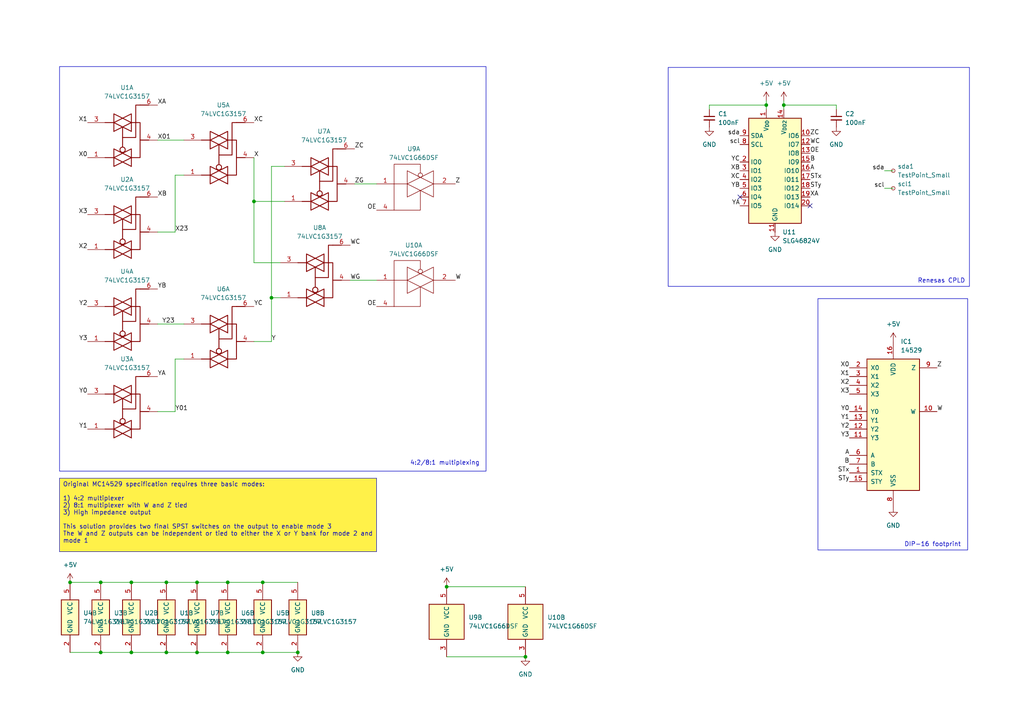
<source format=kicad_sch>
(kicad_sch (version 20250114) (generator "eeschema") (generator_version "9.0")
  (paper "A4")
  (lib_symbols
    (symbol "4xxx:14529" (pin_names (offset 1.016))
      (property "Reference" "U" (at -7.62 19.05 0))
      (property "Value" "14529" (at -7.62 -21.59 0))
      (symbol "14529_1_0"
        (pin input line (at -12.7 15.24 0) (length 5.08) (name "X0") (number "2"))
        (pin input line (at -12.7 12.7 0) (length 5.08) (name "X1") (number "3"))
        (pin input line (at -12.7 10.16 0) (length 5.08) (name "X2") (number "4"))
        (pin input line (at -12.7 7.62 0) (length 5.08) (name "X3") (number "5"))
        (pin input line (at -12.7 2.54 0) (length 5.08) (name "Y0") (number "14"))
        (pin input line (at -12.7 0 0) (length 5.08) (name "Y1") (number "13"))
        (pin input line (at -12.7 -2.54 0) (length 5.08) (name "Y2") (number "12"))
        (pin input line (at -12.7 -5.08 0) (length 5.08) (name "Y3") (number "11"))
        (pin input line (at -12.7 -10.16 0) (length 5.08) (name "A") (number "6"))
        (pin input line (at -12.7 -12.7 0) (length 5.08) (name "B") (number "7"))
        (pin input line (at -12.7 -15.24 0) (length 5.08) (name "STX") (number "1"))
        (pin input line (at -12.7 -17.78 0) (length 5.08) (name "STY") (number "15"))
        (pin power_in line (at 0 22.86 270) (length 5.08) (name "VDD") (number "16"))
        (pin power_in line (at 0 -25.4 90) (length 5.08) (name "VSS") (number "8"))
        (pin tri_state line (at 12.7 15.24 180) (length 5.08) (name "Z") (number "9"))
        (pin tri_state line (at 12.7 2.54 180) (length 5.08) (name "W") (number "10"))
      )
      (symbol "14529_1_1"
        (rectangle (start -7.62 17.78) (end 7.62 -20.32) (stroke (width 0.254)) (fill (type background)))
      )
    )
    (symbol "74xGxx:74LVC1G3157"
      (property "Reference" "U" (at 5.08 7.62 0))
      (property "Value" "74LVC1G3157" (at 10.16 -7.62 0))
      (symbol "74LVC1G3157_1_1"
        (polyline (pts (xy -7.62 0) (xy -5.08 0)) (stroke (width 0.254)) (fill (type background)))
        (polyline (pts (xy -7.62 -10.16) (xy -5.08 -10.16)) (stroke (width 0.254)) (fill (type background)))
        (polyline (pts (xy -2.54 7.62) (xy 0 6.35) (xy -2.54 5.08) (xy -2.54 7.62)) (stroke (width 0.254)))
        (polyline (pts (xy -2.54 5.08) (xy 0 3.81) (xy -2.54 2.54) (xy -2.54 5.08)) (stroke (width 0.254)))
        (polyline (pts (xy -2.54 5.08) (xy -5.08 5.08) (xy -5.08 0) (xy -5.08 -5.08) (xy -2.54 -5.08)) (stroke (width 0.254)))
        (polyline (pts (xy -2.54 -2.54) (xy -2.54 -5.08) (xy 0 -3.81) (xy -2.54 -2.54)) (stroke (width 0.254)))
        (polyline (pts (xy -2.54 -5.08) (xy 0 -6.35) (xy -2.54 -7.62) (xy -2.54 -5.08)) (stroke (width 0.254)))
        (circle (center 0 2.794) (radius 0.762) (stroke (width 0.254)))
        (polyline (pts (xy 0 -0.762) (xy -3.81 -0.762) (xy -3.81 -10.16) (xy -5.08 -10.16)) (stroke (width 0.254)))
        (polyline (pts (xy 0 -3.81) (xy 0 2.032)) (stroke (width 0.254)))
        (polyline (pts (xy 2.54 5.08) (xy 2.54 7.62) (xy 0 6.35) (xy 2.54 5.08)) (stroke (width 0.254)))
        (polyline (pts (xy 2.54 5.08) (xy 2.54 2.54) (xy 0 3.81) (xy 2.54 5.08)) (stroke (width 0.254)))
        (polyline (pts (xy 2.54 -2.54) (xy 2.54 -5.08) (xy 0 -3.81) (xy 2.54 -2.54)) (stroke (width 0.254)))
        (polyline (pts (xy 2.54 -5.08) (xy 0 -6.35) (xy 2.54 -7.62) (xy 2.54 -5.08)) (stroke (width 0.254)))
        (polyline (pts (xy 5.08 5.08) (xy 2.54 5.08)) (stroke (width 0.254)) (fill (type background)))
        (polyline (pts (xy 5.08 -5.08) (xy 2.54 -5.08)) (stroke (width 0.254)) (fill (type background)))
        (pin bidirectional line (at -10.16 0 0) (length 5.08) (name "~") (number "4"))
        (pin input line (at -10.16 -10.16 0) (length 5.08) (name "~") (number "6"))
        (pin bidirectional line (at 10.16 5.08 180) (length 5.08) (name "~") (number "1"))
        (pin bidirectional line (at 10.16 -5.08 180) (length 5.08) (name "~") (number "3"))
      )
      (symbol "74LVC1G3157_2_1"
        (rectangle (start -2.54 5.08) (end 2.54 -5.08) (stroke (width 0.254)) (fill (type background)))
        (pin power_in line (at 0 10.16 270) (length 5.08) (name "VCC") (number "5"))
        (pin power_in line (at 0 -10.16 90) (length 5.08) (name "GND") (number "2"))
      )
    )
    (symbol "74xGxx:74LVC1G66"
      (property "Reference" "U" (at 2.54 7.62 0))
      (property "Value" "74LVC1G66" (at 7.62 -7.62 0))
      (symbol "74LVC1G66_1_1"
        (polyline (pts (xy -7.62 0) (xy -3.81 0)) (stroke (width 0.1524)))
        (polyline (pts (xy -7.62 -7.62) (xy 0 -7.62) (xy 0 -1.905)) (stroke (width 0.1524)))
        (polyline (pts (xy -7.62 -7.62) (xy -7.62 5.715) (xy 0 5.715) (xy 0 3.175)) (stroke (width 0.1524)))
        (polyline (pts (xy -3.81 3.81) (xy -3.81 -3.81) (xy 3.81 0) (xy -3.81 3.81)) (stroke (width 0.1524)))
        (polyline (pts (xy -3.81 0) (xy 3.81 3.81) (xy 3.81 -3.81) (xy -3.81 0)) (stroke (width 0.1524)))
        (circle (center 0 2.54) (radius 0.635) (stroke (width 0.1524)))
        (pin bidirectional line (at -12.7 0 0) (length 5.08) (name "~") (number "1"))
        (pin input line (at -12.7 -7.62 0) (length 5.08) (name "~") (number "4"))
        (pin bidirectional line (at 10.16 0 180) (length 6.35) (name "~") (number "2"))
      )
      (symbol "74LVC1G66_2_1"
        (rectangle (start -5.08 5.08) (end 5.08 -5.08) (stroke (width 0.254)) (fill (type background)))
        (pin power_in line (at 0 10.16 270) (length 5.08) (name "VCC") (number "5"))
        (pin power_in line (at 0 -10.16 90) (length 5.08) (name "GND") (number "3"))
      )
    )
    (symbol "Connector:TestPoint_Small" (pin_numbers (hide yes)) (pin_names (offset 0.762) (hide yes))
      (property "Reference" "TP" (at 0 3.81 0))
      (property "Value" "TestPoint_Small" (at 0 2.032 0))
      (symbol "TestPoint_Small_0_1"
        (circle (center 0 0) (radius 0.508))
      )
      (symbol "TestPoint_Small_1_1"
        (pin passive line (at 0 0 90) (length 0) (name "1") (number "1"))
      )
    )
    (symbol "Device:C_Small" (pin_numbers (hide yes)) (pin_names (offset 0.254) (hide yes))
      (property "Reference" "C" (at 0.254 1.778 0))
      (property "Value" "C_Small" (at 0.254 -2.032 0))
      (symbol "C_Small_0_1"
        (polyline (pts (xy -1.524 0.508) (xy 1.524 0.508)) (stroke (width 0.3048)))
        (polyline (pts (xy -1.524 -0.508) (xy 1.524 -0.508)) (stroke (width 0.3302)))
      )
      (symbol "C_Small_1_1"
        (pin passive line (at 0 2.54 270) (length 2.032) (name "~") (number "1"))
        (pin passive line (at 0 -2.54 90) (length 2.032) (name "~") (number "2"))
      )
    )
    (symbol "Library:SLG46824G"
      (property "Reference" "U" (at 5.08 16.51 0))
      (property "Value" "SLG46824G" (at 6.35 -16.51 0))
      (symbol "SLG46824G_1_1"
        (rectangle (start -7.62 15.24) (end 7.62 -15.24) (stroke (width 0.254)) (fill (type background)))
        (pin bidirectional line (at -10.16 10.16 0) (length 2.54) (name "SDA") (number "9"))
        (pin bidirectional line (at -10.16 7.62 0) (length 2.54) (name "SCL") (number "8"))
        (pin bidirectional line (at -10.16 2.54 0) (length 2.54) (name "IO0") (number "2"))
        (pin bidirectional line (at -10.16 0 0) (length 2.54) (name "IO1") (number "3"))
        (pin bidirectional line (at -10.16 -2.54 0) (length 2.54) (name "IO2") (number "4"))
        (pin bidirectional line (at -10.16 -5.08 0) (length 2.54) (name "IO3") (number "5"))
        (pin bidirectional line (at -10.16 -7.62 0) (length 2.54) (name "IO4") (number "6"))
        (pin bidirectional line (at -10.16 -10.16 0) (length 2.54) (name "IO5") (number "7"))
        (pin power_in line (at -2.54 17.78 270) (length 2.54) (name "V_{DD}") (number "1"))
        (pin power_in line (at 0 -17.78 90) (length 2.54) (name "GND") (number "11"))
        (pin power_in line (at 2.54 17.78 270) (length 2.54) (name "V_{DD2}") (number "14"))
        (pin output line (at 10.16 10.16 180) (length 2.54) (name "IO6") (number "10"))
        (pin output line (at 10.16 7.62 180) (length 2.54) (name "IO7") (number "12"))
        (pin bidirectional line (at 10.16 5.08 180) (length 2.54) (name "IO8") (number "13"))
        (pin bidirectional line (at 10.16 2.54 180) (length 2.54) (name "IO9") (number "15"))
        (pin bidirectional line (at 10.16 0 180) (length 2.54) (name "IO10") (number "16"))
        (pin bidirectional line (at 10.16 -2.54 180) (length 2.54) (name "IO11") (number "17"))
        (pin bidirectional line (at 10.16 -5.08 180) (length 2.54) (name "IO12") (number "18"))
        (pin bidirectional line (at 10.16 -7.62 180) (length 2.54) (name "IO13") (number "19"))
        (pin bidirectional line (at 10.16 -10.16 180) (length 2.54) (name "IO14") (number "20"))
      )
    )
    (symbol "power:+5V" (power) (pin_numbers (hide yes)) (pin_names (offset 0) (hide yes))
      (property "Value" "+5V" (at 0 3.556 0))
      (symbol "+5V_0_1"
        (polyline (pts (xy -0.762 1.27) (xy 0 2.54)))
        (polyline (pts (xy 0 2.54) (xy 0.762 1.27)))
        (polyline (pts (xy 0 0) (xy 0 2.54)))
      )
      (symbol "+5V_1_1"
        (pin power_in line (at 0 0 90) (length 0) (name "~") (number "1"))
      )
    )
    (symbol "power:GND" (power) (pin_numbers (hide yes)) (pin_names (offset 0) (hide yes))
      (property "Value" "GND" (at 0 -3.81 0))
      (symbol "GND_0_1"
        (polyline (pts (xy 0 0) (xy 0 -1.27) (xy 1.27 -1.27) (xy 0 -2.54) (xy -1.27 -1.27) (xy 0 -1.27)))
      )
      (symbol "GND_1_1"
        (pin power_in line (at 0 0 270) (length 0) (name "~") (number "1"))
      )
    )
  )
  (rectangle (start 17.272 19.304) (end 140.97 136.652))
  (rectangle (start 193.802 19.558) (end 281.178 83.058))
  (rectangle (start 237.236 86.614) (end 280.67 159.512))
  (text "Renesas CPLD" (at 273.05 81.534 0) (effects (font (size 1.27 1.27))))
  (text "DIP-16 footprint" (at 270.51 157.988 0) (effects (font (size 1.27 1.27))))
  (text "4:2/8:1 multiplexing" (at 129.032 134.366 0) (effects (font (size 1.27 1.27))))
  (text_box "Original MC14529 specification requires three basic modes:\n\n1) 4:2 multiplexer\n2) 8:1 multiplexer with W and Z tied\n3) High impedance output\n\nThis solution provides two final SPST switches on the output to enable mode 3\nThe W and Z outputs can be independent or tied to either the X or Y bank for mode 2 and mode 1" (at 17.272 138.684 0) (size 91.948 21.336) (margins 0.9525 0.9525 0.9525 0.9525) (fill (type color) (color 255 241 73 1)) (effects (font (size 1.27 1.27)) (justify left top)))
  (junction (at 76.2 189.23))
  (junction (at 38.1 168.91))
  (junction (at 38.1 189.23))
  (junction (at 152.4 190.5))
  (junction (at 222.25 30.48))
  (junction (at 57.15 189.23))
  (junction (at 57.15 168.91))
  (junction (at 48.26 189.23))
  (junction (at 48.26 168.91))
  (junction (at 29.21 189.23))
  (junction (at 73.66 58.42))
  (junction (at 76.2 168.91))
  (junction (at 66.04 189.23))
  (junction (at 20.32 168.91))
  (junction (at 129.54 170.18))
  (junction (at 66.04 168.91))
  (junction (at 29.21 168.91))
  (junction (at 78.74 86.36))
  (junction (at 227.33 30.48))
  (junction (at 86.36 189.23))
  (no_connect (at 214.63 57.15))
  (no_connect (at 234.95 59.69))
  (wire (pts (xy 20.32 168.91) (xy 29.21 168.91)))
  (wire (pts (xy 57.15 189.23) (xy 66.04 189.23)))
  (wire (pts (xy 20.32 189.23) (xy 29.21 189.23)))
  (wire (pts (xy 227.33 29.21) (xy 227.33 30.48)))
  (wire (pts (xy 73.66 76.2) (xy 73.66 58.42)))
  (wire (pts (xy 81.28 76.2) (xy 73.66 76.2)))
  (wire (pts (xy 222.25 30.48) (xy 222.25 31.75)))
  (wire (pts (xy 256.54 49.53) (xy 259.08 49.53)))
  (wire (pts (xy 78.74 48.26) (xy 82.55 48.26)))
  (wire (pts (xy 129.54 190.5) (xy 152.4 190.5)))
  (wire (pts (xy 222.25 30.48) (xy 205.74 30.48)))
  (wire (pts (xy 205.74 30.48) (xy 205.74 31.75)))
  (wire (pts (xy 259.08 54.61) (xy 256.54 54.61)))
  (wire (pts (xy 45.72 93.98) (xy 53.34 93.98)))
  (wire (pts (xy 109.22 53.34) (xy 102.87 53.34)))
  (wire (pts (xy 222.25 29.21) (xy 222.25 30.48)))
  (wire (pts (xy 57.15 168.91) (xy 66.04 168.91)))
  (wire (pts (xy 78.74 99.06) (xy 78.74 86.36)))
  (wire (pts (xy 66.04 168.91) (xy 76.2 168.91)))
  (wire (pts (xy 29.21 189.23) (xy 38.1 189.23)))
  (wire (pts (xy 50.8 104.14) (xy 53.34 104.14)))
  (wire (pts (xy 48.26 189.23) (xy 57.15 189.23)))
  (wire (pts (xy 45.72 40.64) (xy 53.34 40.64)))
  (wire (pts (xy 50.8 50.8) (xy 53.34 50.8)))
  (wire (pts (xy 48.26 168.91) (xy 57.15 168.91)))
  (wire (pts (xy 38.1 189.23) (xy 48.26 189.23)))
  (wire (pts (xy 78.74 86.36) (xy 81.28 86.36)))
  (wire (pts (xy 76.2 168.91) (xy 86.36 168.91)))
  (wire (pts (xy 50.8 67.31) (xy 50.8 50.8)))
  (wire (pts (xy 242.57 30.48) (xy 242.57 31.75)))
  (wire (pts (xy 129.54 170.18) (xy 152.4 170.18)))
  (wire (pts (xy 73.66 99.06) (xy 78.74 99.06)))
  (wire (pts (xy 227.33 30.48) (xy 227.33 31.75)))
  (wire (pts (xy 45.72 119.38) (xy 50.8 119.38)))
  (wire (pts (xy 45.72 67.31) (xy 50.8 67.31)))
  (wire (pts (xy 73.66 58.42) (xy 82.55 58.42)))
  (wire (pts (xy 66.04 189.23) (xy 76.2 189.23)))
  (wire (pts (xy 38.1 168.91) (xy 48.26 168.91)))
  (wire (pts (xy 73.66 45.72) (xy 73.66 58.42)))
  (wire (pts (xy 109.22 81.28) (xy 101.6 81.28)))
  (wire (pts (xy 86.36 189.23) (xy 76.2 189.23)))
  (wire (pts (xy 78.74 86.36) (xy 78.74 48.26)))
  (wire (pts (xy 227.33 30.48) (xy 242.57 30.48)))
  (wire (pts (xy 29.21 168.91) (xy 38.1 168.91)))
  (wire (pts (xy 50.8 119.38) (xy 50.8 104.14)))
  (label "STy" (at 234.95 54.61 0))
  (label "Y23" (at 46.99 93.98 0))
  (label "Y0" (at 25.4 114.3 180))
  (label "scl" (at 214.63 41.91 180))
  (label "WC" (at 234.95 41.91 0))
  (label "X0" (at 246.38 106.68 180))
  (label "Y1" (at 25.4 124.46 180))
  (label "W" (at 271.78 119.38 0))
  (label "X2" (at 246.38 111.76 180))
  (label "XB" (at 45.72 57.15 0))
  (label "W" (at 132.08 81.28 0))
  (label "Y2" (at 25.4 88.9 180))
  (label "X1" (at 246.38 109.22 180))
  (label "OE" (at 109.22 88.9 180))
  (label "Z" (at 132.08 53.34 0))
  (label "Y" (at 78.74 99.06 0))
  (label "YC" (at 73.66 88.9 0))
  (label "X3" (at 25.4 62.23 180))
  (label "ZC" (at 102.87 43.18 0))
  (label "STy" (at 246.38 139.7 180))
  (label "X01" (at 45.72 40.64 0))
  (label "Z" (at 271.78 106.68 0))
  (label "A" (at 234.95 49.53 0))
  (label "XC" (at 73.66 35.56 0))
  (label "YA" (at 214.63 59.69 180))
  (label "YB" (at 214.63 54.61 180))
  (label "XA" (at 45.72 30.48 0))
  (label "XB" (at 214.63 49.53 180))
  (label "X" (at 73.66 45.72 0))
  (label "X2" (at 25.4 72.39 180))
  (label "B" (at 246.38 134.62 180))
  (label "WC" (at 101.6 71.12 0))
  (label "Y2" (at 246.38 124.46 180))
  (label "STx" (at 234.95 52.07 0))
  (label "Y0" (at 246.38 119.38 180))
  (label "WG" (at 101.6 81.28 0))
  (label "STx" (at 246.38 137.16 180))
  (label "X0" (at 25.4 45.72 180))
  (label "scl" (at 256.54 54.61 180))
  (label "sda" (at 256.54 49.53 180))
  (label "sda" (at 214.63 39.37 180))
  (label "Y01" (at 50.8 119.38 0))
  (label "ZG" (at 102.87 53.34 0))
  (label "X1" (at 25.4 35.56 180))
  (label "A" (at 246.38 132.08 180))
  (label "X23" (at 50.8 67.31 0))
  (label "XC" (at 214.63 52.07 180))
  (label "OE" (at 109.22 60.96 180))
  (label "YC" (at 214.63 46.99 180))
  (label "ZC" (at 234.95 39.37 0))
  (label "Y3" (at 246.38 127 180))
  (label "X3" (at 246.38 114.3 180))
  (label "Y3" (at 25.4 99.06 180))
  (label "YA" (at 45.72 109.22 0))
  (label "Y1" (at 246.38 121.92 180))
  (label "YB" (at 45.72 83.82 0))
  (label "OE" (at 234.95 44.45 0))
  (label "B" (at 234.95 46.99 0))
  (label "XA" (at 234.95 57.15 0))
  (symbol (lib_id "power:GND") (at 152.4 190.5 0) (unit 1)
    (property "Reference" "#PWR011" (effects (hide yes)))
    (property "Value" "GND" (at 152.4 195.58 0))
    (property "Description" "Power symbol creates a global label with name \"GND\" , ground" (effects (hide yes)))
  )
  (symbol (lib_id "Connector:TestPoint_Small") (at 259.08 54.61 0) (unit 1) (in_bom no)
    (property "Reference" "scl1" (at 260.35 53.3399 0) (effects (justify left)))
    (property "Value" "TestPoint_Small" (at 260.35 55.8799 0) (effects (justify left)))
    (property "Footprint" "TestPoint:TestPoint_Pad_D1.0mm" (effects (hide yes)))
    (property "Description" "test point" (effects (hide yes)))
  )
  (symbol (lib_id "74xGxx:74LVC1G3157") (at 29.21 179.07 0) (unit 2)
    (property "Reference" "U3" (at 33.02 177.7999 0) (effects (justify left)))
    (property "Value" "74LVC1G3157" (at 33.02 180.3399 0) (effects (justify left)))
    (property "Footprint" "Package_SON:Texas_USON-6_1x1.45mm_P0.5mm_SMD" (effects (hide yes)))
    (property "Datasheet" "http://www.ti.com/lit/sg/scyt129e/scyt129e.pdf" (effects (hide yes)))
    (property "Description" "SPDT Analog Switch, Low-Voltage CMOS" (effects (hide yes)))
    (property "DigiKey" "296-14909-1-ND" (effects (hide yes)))
  )
  (symbol (lib_id "74xGxx:74LVC1G3157") (at 35.56 119.38 180) (unit 1)
    (property "Reference" "U3" (at 36.83 104.14 0))
    (property "Value" "74LVC1G3157" (at 36.83 106.68 0))
    (property "Footprint" "Package_SON:Texas_USON-6_1x1.45mm_P0.5mm_SMD" (effects (hide yes)))
    (property "Datasheet" "http://www.ti.com/lit/sg/scyt129e/scyt129e.pdf" (effects (hide yes)))
    (property "Description" "SPDT Analog Switch, Low-Voltage CMOS" (effects (hide yes)))
    (property "DigiKey" "296-14909-1-ND" (effects (hide yes)))
  )
  (symbol (lib_id "74xGxx:74LVC1G3157") (at 76.2 179.07 0) (unit 2)
    (property "Reference" "U5" (at 80.01 177.7999 0) (effects (justify left)))
    (property "Value" "74LVC1G3157" (at 80.01 180.3399 0) (effects (justify left)))
    (property "Footprint" "Package_SON:Texas_USON-6_1x1.45mm_P0.5mm_SMD" (effects (hide yes)))
    (property "Datasheet" "http://www.ti.com/lit/sg/scyt129e/scyt129e.pdf" (effects (hide yes)))
    (property "Description" "SPDT Analog Switch, Low-Voltage CMOS" (effects (hide yes)))
    (property "DigiKey" "296-14909-1-ND" (effects (hide yes)))
  )
  (symbol (lib_id "power:GND") (at 205.74 36.83 0) (unit 1)
    (property "Reference" "#PWR08" (effects (hide yes)))
    (property "Value" "GND" (at 205.74 41.91 0))
    (property "Description" "Power symbol creates a global label with name \"GND\" , ground" (effects (hide yes)))
  )
  (symbol (lib_id "74xGxx:74LVC1G3157") (at 35.56 67.31 180) (unit 1)
    (property "Reference" "U2" (at 36.83 52.07 0))
    (property "Value" "74LVC1G3157" (at 36.83 54.61 0))
    (property "Footprint" "Package_SON:Texas_USON-6_1x1.45mm_P0.5mm_SMD" (effects (hide yes)))
    (property "Datasheet" "http://www.ti.com/lit/sg/scyt129e/scyt129e.pdf" (effects (hide yes)))
    (property "Description" "SPDT Analog Switch, Low-Voltage CMOS" (effects (hide yes)))
    (property "DigiKey" "296-14909-1-ND" (effects (hide yes)))
  )
  (symbol (lib_id "74xGxx:74LVC1G66") (at 152.4 180.34 0) (unit 2)
    (property "Reference" "U10" (at 158.75 179.0699 0) (effects (justify left)))
    (property "Value" "74LVC1G66DSF" (at 158.75 181.6099 0) (effects (justify left)))
    (property "Footprint" "Package_SON:Texas_USON-6_1x1.45mm_P0.5mm_SMD" (effects (hide yes)))
    (property "Datasheet" "http://www.ti.com/lit/ds/symlink/sn74lvc1g66.pdf" (effects (hide yes)))
    (property "Description" "Single Bilateral Analog Switch" (effects (hide yes)))
  )
  (symbol (lib_id "Device:C_Small") (at 242.57 34.29 0) (unit 1)
    (property "Reference" "C2" (at 245.11 33.0262 0) (effects (justify left)))
    (property "Value" "100nF" (at 245.11 35.5662 0) (effects (justify left)))
    (property "Footprint" "Capacitor_SMD:C_0402_1005Metric" (effects (hide yes)))
    (property "Description" "Unpolarized capacitor, small symbol" (effects (hide yes)))
    (property "DigiKey" "1276-CL05B104KP5VPNCCT-ND" (effects (hide yes)))
  )
  (symbol (lib_id "4xxx:14529") (at 259.08 121.92 0) (unit 1) (in_bom no)
    (property "Reference" "IC1" (at 261.2233 99.06 0) (effects (justify left)))
    (property "Value" "14529" (at 261.2233 101.6 0) (effects (justify left)))
    (property "Footprint" "Library:DIP-16_board" (effects (hide yes)))
    (property "Datasheet" "http://www.alldatasheet.com/datasheet-pdf/pdf/97272/HITACHI/HD14529B.html" (effects (hide yes)))
    (property "Description" "Dual 4 to 1 Multiplexer" (effects (hide yes)))
  )
  (symbol (lib_id "74xGxx:74LVC1G3157") (at 66.04 179.07 0) (unit 2)
    (property "Reference" "U6" (at 69.85 177.7999 0) (effects (justify left)))
    (property "Value" "74LVC1G3157" (at 69.85 180.3399 0) (effects (justify left)))
    (property "Footprint" "Package_SON:Texas_USON-6_1x1.45mm_P0.5mm_SMD" (effects (hide yes)))
    (property "Datasheet" "http://www.ti.com/lit/sg/scyt129e/scyt129e.pdf" (effects (hide yes)))
    (property "Description" "SPDT Analog Switch, Low-Voltage CMOS" (effects (hide yes)))
    (property "DigiKey" "296-14909-1-ND" (effects (hide yes)))
  )
  (symbol (lib_id "74xGxx:74LVC1G66") (at 129.54 180.34 0) (unit 2)
    (property "Reference" "U9" (at 135.89 179.0699 0) (effects (justify left)))
    (property "Value" "74LVC1G66DSF" (at 135.89 181.6099 0) (effects (justify left)))
    (property "Footprint" "Package_SON:Texas_USON-6_1x1.45mm_P0.5mm_SMD" (effects (hide yes)))
    (property "Datasheet" "http://www.ti.com/lit/ds/symlink/sn74lvc1g66.pdf" (effects (hide yes)))
    (property "Description" "Single Bilateral Analog Switch" (effects (hide yes)))
  )
  (symbol (lib_id "74xGxx:74LVC1G3157") (at 35.56 40.64 180) (unit 1)
    (property "Reference" "U1" (at 36.83 25.4 0))
    (property "Value" "74LVC1G3157" (at 36.83 27.94 0))
    (property "Footprint" "Package_SON:Texas_USON-6_1x1.45mm_P0.5mm_SMD" (effects (hide yes)))
    (property "Datasheet" "http://www.ti.com/lit/sg/scyt129e/scyt129e.pdf" (effects (hide yes)))
    (property "Description" "SPDT Analog Switch, Low-Voltage CMOS" (effects (hide yes)))
    (property "DigiKey" "296-14909-1-ND" (effects (hide yes)))
  )
  (symbol (lib_id "power:GND") (at 86.36 189.23 0) (unit 1)
    (property "Reference" "#PWR05" (effects (hide yes)))
    (property "Value" "GND" (at 86.36 194.31 0))
    (property "Description" "Power symbol creates a global label with name \"GND\" , ground" (effects (hide yes)))
  )
  (symbol (lib_id "power:GND") (at 242.57 36.83 0) (unit 1)
    (property "Reference" "#PWR09" (effects (hide yes)))
    (property "Value" "GND" (at 242.57 41.91 0))
    (property "Description" "Power symbol creates a global label with name \"GND\" , ground" (effects (hide yes)))
  )
  (symbol (lib_id "74xGxx:74LVC1G3157") (at 38.1 179.07 0) (unit 2)
    (property "Reference" "U2" (at 41.91 177.7999 0) (effects (justify left)))
    (property "Value" "74LVC1G3157" (at 41.91 180.3399 0) (effects (justify left)))
    (property "Footprint" "Package_SON:Texas_USON-6_1x1.45mm_P0.5mm_SMD" (effects (hide yes)))
    (property "Datasheet" "http://www.ti.com/lit/sg/scyt129e/scyt129e.pdf" (effects (hide yes)))
    (property "Description" "SPDT Analog Switch, Low-Voltage CMOS" (effects (hide yes)))
    (property "DigiKey" "296-14909-1-ND" (effects (hide yes)))
  )
  (symbol (lib_id "74xGxx:74LVC1G3157") (at 91.44 81.28 180) (unit 1)
    (property "Reference" "U8" (at 92.71 66.04 0))
    (property "Value" "74LVC1G3157" (at 92.71 68.58 0))
    (property "Footprint" "Package_SON:Texas_USON-6_1x1.45mm_P0.5mm_SMD" (effects (hide yes)))
    (property "Datasheet" "http://www.ti.com/lit/sg/scyt129e/scyt129e.pdf" (effects (hide yes)))
    (property "Description" "SPDT Analog Switch, Low-Voltage CMOS" (effects (hide yes)))
    (property "DigiKey" "296-14909-1-ND" (effects (hide yes)))
  )
  (symbol (lib_id "Library:SLG46824G") (at 224.79 49.53 0) (unit 1)
    (property "Reference" "U11" (at 226.9333 67.31 0) (effects (justify left)))
    (property "Value" "SLG46824V" (at 226.9333 69.85 0) (effects (justify left)))
    (property "Footprint" "Package_DFN_QFN:Renesas_UQFN-20_2x3mm_P0.4mm_LayoutBorder4x6y" (effects (hide yes)))
    (property "Datasheet" "https://www.renesas.com/in/en/document/dst/slg46826-datasheet" (effects (hide yes)))
    (property "Description" "GreenPAK Programmable Mixed-Signal Matrix with In-System Programmability, TSSOP-20" (effects (hide yes)))
    (property "DigiKey" "1695-SLG46824VCT-ND" (effects (hide yes)))
  )
  (symbol (lib_id "74xGxx:74LVC1G3157") (at 48.26 179.07 0) (unit 2)
    (property "Reference" "U1" (at 52.07 177.7999 0) (effects (justify left)))
    (property "Value" "74LVC1G3157" (at 52.07 180.3399 0) (effects (justify left)))
    (property "Footprint" "Package_SON:Texas_USON-6_1x1.45mm_P0.5mm_SMD" (effects (hide yes)))
    (property "Datasheet" "http://www.ti.com/lit/sg/scyt129e/scyt129e.pdf" (effects (hide yes)))
    (property "Description" "SPDT Analog Switch, Low-Voltage CMOS" (effects (hide yes)))
    (property "DigiKey" "296-14909-1-ND" (effects (hide yes)))
  )
  (symbol (lib_id "power:GND") (at 224.79 67.31 0) (unit 1)
    (property "Reference" "#PWR04" (effects (hide yes)))
    (property "Value" "GND" (at 224.79 72.39 0))
    (property "Description" "Power symbol creates a global label with name \"GND\" , ground" (effects (hide yes)))
  )
  (symbol (lib_id "Connector:TestPoint_Small") (at 259.08 49.53 0) (unit 1) (in_bom no)
    (property "Reference" "sda1" (at 260.35 48.2599 0) (effects (justify left)))
    (property "Value" "TestPoint_Small" (at 260.35 50.7999 0) (effects (justify left)))
    (property "Footprint" "TestPoint:TestPoint_Pad_D1.0mm" (effects (hide yes)))
    (property "Description" "test point" (effects (hide yes)))
  )
  (symbol (lib_id "power:+5V") (at 222.25 29.21 0) (unit 1)
    (property "Reference" "#PWR01" (effects (hide yes)))
    (property "Value" "+5V" (at 222.25 24.13 0))
    (property "Description" "Power symbol creates a global label with name \"+5V\"" (effects (hide yes)))
  )
  (symbol (lib_id "power:GND") (at 259.08 147.32 0) (unit 1)
    (property "Reference" "#PWR07" (effects (hide yes)))
    (property "Value" "GND" (at 259.08 152.4 0))
    (property "Description" "Power symbol creates a global label with name \"GND\" , ground" (effects (hide yes)))
  )
  (symbol (lib_id "power:+5V") (at 259.08 99.06 0) (unit 1)
    (property "Reference" "#PWR06" (effects (hide yes)))
    (property "Value" "+5V" (at 259.08 93.98 0))
    (property "Description" "Power symbol creates a global label with name \"+5V\"" (effects (hide yes)))
  )
  (symbol (lib_id "74xGxx:74LVC1G3157") (at 63.5 99.06 180) (unit 1)
    (property "Reference" "U6" (at 64.77 83.82 0))
    (property "Value" "74LVC1G3157" (at 64.77 86.36 0))
    (property "Footprint" "Package_SON:Texas_USON-6_1x1.45mm_P0.5mm_SMD" (effects (hide yes)))
    (property "Datasheet" "http://www.ti.com/lit/sg/scyt129e/scyt129e.pdf" (effects (hide yes)))
    (property "Description" "SPDT Analog Switch, Low-Voltage CMOS" (effects (hide yes)))
    (property "DigiKey" "296-14909-1-ND" (effects (hide yes)))
  )
  (symbol (lib_id "Device:C_Small") (at 205.74 34.29 0) (unit 1)
    (property "Reference" "C1" (at 208.28 33.0262 0) (effects (justify left)))
    (property "Value" "100nF" (at 208.28 35.5662 0) (effects (justify left)))
    (property "Footprint" "Capacitor_SMD:C_0402_1005Metric" (effects (hide yes)))
    (property "Description" "Unpolarized capacitor, small symbol" (effects (hide yes)))
    (property "DigiKey" "1276-CL05B104KP5VPNCCT-ND" (effects (hide yes)))
  )
  (symbol (lib_id "power:+5V") (at 227.33 29.21 0) (unit 1)
    (property "Reference" "#PWR02" (effects (hide yes)))
    (property "Value" "+5V" (at 227.33 24.13 0))
    (property "Description" "Power symbol creates a global label with name \"+5V\"" (effects (hide yes)))
  )
  (symbol (lib_id "74xGxx:74LVC1G66") (at 121.92 53.34 0) (unit 1)
    (property "Reference" "U9" (at 120.015 43.18 0))
    (property "Value" "74LVC1G66DSF" (at 120.015 45.72 0))
    (property "Footprint" "Package_SON:Texas_USON-6_1x1.45mm_P0.5mm_SMD" (effects (hide yes)))
    (property "Datasheet" "http://www.ti.com/lit/ds/symlink/sn74lvc1g66.pdf" (effects (hide yes)))
    (property "Description" "Single Bilateral Analog Switch" (effects (hide yes)))
  )
  (symbol (lib_id "74xGxx:74LVC1G3157") (at 92.71 53.34 180) (unit 1)
    (property "Reference" "U7" (at 93.98 38.1 0))
    (property "Value" "74LVC1G3157" (at 93.98 40.64 0))
    (property "Footprint" "Package_SON:Texas_USON-6_1x1.45mm_P0.5mm_SMD" (effects (hide yes)))
    (property "Datasheet" "http://www.ti.com/lit/sg/scyt129e/scyt129e.pdf" (effects (hide yes)))
    (property "Description" "SPDT Analog Switch, Low-Voltage CMOS" (effects (hide yes)))
    (property "DigiKey" "296-14909-1-ND" (effects (hide yes)))
  )
  (symbol (lib_id "power:+5V") (at 129.54 170.18 0) (unit 1)
    (property "Reference" "#PWR010" (effects (hide yes)))
    (property "Value" "+5V" (at 129.54 165.1 0))
    (property "Description" "Power symbol creates a global label with name \"+5V\"" (effects (hide yes)))
  )
  (symbol (lib_id "74xGxx:74LVC1G3157") (at 20.32 179.07 0) (unit 2)
    (property "Reference" "U4" (at 24.13 177.7999 0) (effects (justify left)))
    (property "Value" "74LVC1G3157" (at 24.13 180.3399 0) (effects (justify left)))
    (property "Footprint" "Package_SON:Texas_USON-6_1x1.45mm_P0.5mm_SMD" (effects (hide yes)))
    (property "Datasheet" "http://www.ti.com/lit/sg/scyt129e/scyt129e.pdf" (effects (hide yes)))
    (property "Description" "SPDT Analog Switch, Low-Voltage CMOS" (effects (hide yes)))
    (property "DigiKey" "296-14909-1-ND" (effects (hide yes)))
  )
  (symbol (lib_id "74xGxx:74LVC1G3157") (at 86.36 179.07 0) (unit 2)
    (property "Reference" "U8" (at 90.17 177.7999 0) (effects (justify left)))
    (property "Value" "74LVC1G3157" (at 90.17 180.3399 0) (effects (justify left)))
    (property "Footprint" "Package_SON:Texas_USON-6_1x1.45mm_P0.5mm_SMD" (effects (hide yes)))
    (property "Datasheet" "http://www.ti.com/lit/sg/scyt129e/scyt129e.pdf" (effects (hide yes)))
    (property "Description" "SPDT Analog Switch, Low-Voltage CMOS" (effects (hide yes)))
    (property "DigiKey" "296-14909-1-ND" (effects (hide yes)))
  )
  (symbol (lib_id "power:+5V") (at 20.32 168.91 0) (unit 1)
    (property "Reference" "#PWR03" (effects (hide yes)))
    (property "Value" "+5V" (at 20.32 163.83 0))
    (property "Description" "Power symbol creates a global label with name \"+5V\"" (effects (hide yes)))
  )
  (symbol (lib_id "74xGxx:74LVC1G66") (at 121.92 81.28 0) (unit 1)
    (property "Reference" "U10" (at 120.015 71.12 0))
    (property "Value" "74LVC1G66DSF" (at 120.015 73.66 0))
    (property "Footprint" "Package_SON:Texas_USON-6_1x1.45mm_P0.5mm_SMD" (effects (hide yes)))
    (property "Datasheet" "http://www.ti.com/lit/ds/symlink/sn74lvc1g66.pdf" (effects (hide yes)))
    (property "Description" "Single Bilateral Analog Switch" (effects (hide yes)))
  )
  (symbol (lib_id "74xGxx:74LVC1G3157") (at 63.5 45.72 180) (unit 1)
    (property "Reference" "U5" (at 64.77 30.48 0))
    (property "Value" "74LVC1G3157" (at 64.77 33.02 0))
    (property "Footprint" "Package_SON:Texas_USON-6_1x1.45mm_P0.5mm_SMD" (effects (hide yes)))
    (property "Datasheet" "http://www.ti.com/lit/sg/scyt129e/scyt129e.pdf" (effects (hide yes)))
    (property "Description" "SPDT Analog Switch, Low-Voltage CMOS" (effects (hide yes)))
    (property "DigiKey" "296-14909-1-ND" (effects (hide yes)))
  )
  (symbol (lib_id "74xGxx:74LVC1G3157") (at 35.56 93.98 180) (unit 1)
    (property "Reference" "U4" (at 36.83 78.74 0))
    (property "Value" "74LVC1G3157" (at 36.83 81.28 0))
    (property "Footprint" "Package_SON:Texas_USON-6_1x1.45mm_P0.5mm_SMD" (effects (hide yes)))
    (property "Datasheet" "http://www.ti.com/lit/sg/scyt129e/scyt129e.pdf" (effects (hide yes)))
    (property "Description" "SPDT Analog Switch, Low-Voltage CMOS" (effects (hide yes)))
    (property "DigiKey" "296-14909-1-ND" (effects (hide yes)))
  )
  (symbol (lib_id "74xGxx:74LVC1G3157") (at 57.15 179.07 0) (unit 2)
    (property "Reference" "U7" (at 60.96 177.7999 0) (effects (justify left)))
    (property "Value" "74LVC1G3157" (at 60.96 180.3399 0) (effects (justify left)))
    (property "Footprint" "Package_SON:Texas_USON-6_1x1.45mm_P0.5mm_SMD" (effects (hide yes)))
    (property "Datasheet" "http://www.ti.com/lit/sg/scyt129e/scyt129e.pdf" (effects (hide yes)))
    (property "Description" "SPDT Analog Switch, Low-Voltage CMOS" (effects (hide yes)))
    (property "DigiKey" "296-14909-1-ND" (effects (hide yes)))
  )
)
</source>
